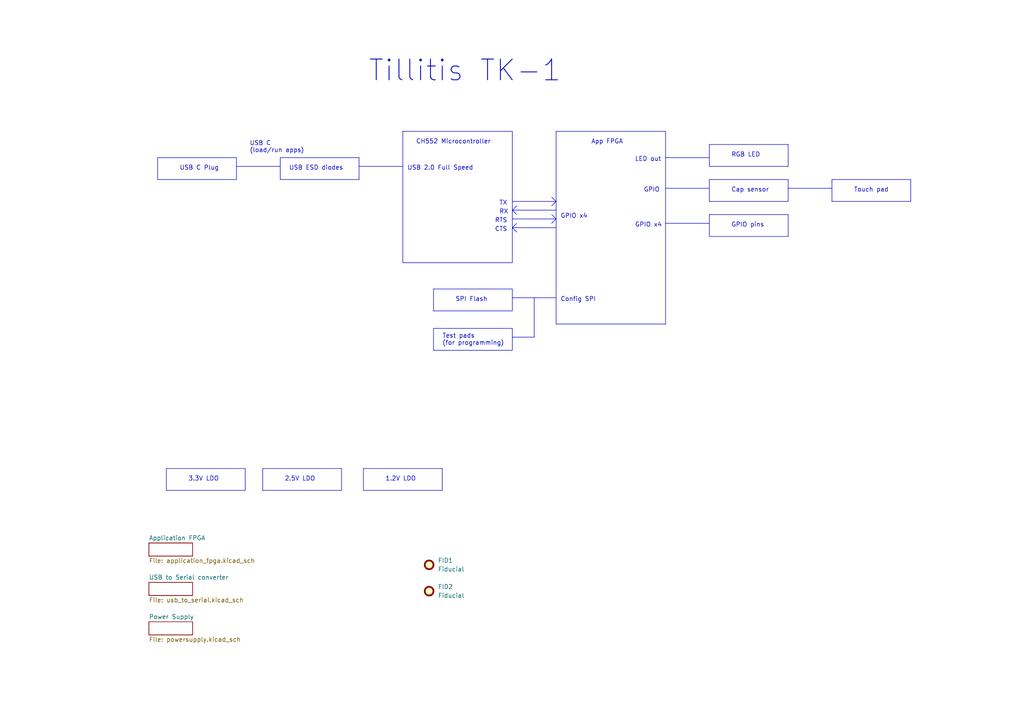
<source format=kicad_sch>
(kicad_sch (version 20230121) (generator eeschema)
  (paper "A4")
  (title_block (title "TK-1") (date "2021-11-14") (rev "V1") (company "Tillitis AB") (comment 1 "2022"))
  (lib_symbols
    (symbol "Mechanical:Fiducial"
      (property "Reference" "FID" (at 0 5.08 0))
      (property "Value" "Fiducial" (at 0 3.175 0))
      (symbol "Fiducial_0_1"
        (circle (center 0 0) (radius 1.27) (stroke (width 0.508)) (fill (type background)))
      )
    )
  )
  (polyline (pts (xy 193.04 54.61) (xy 205.74 54.61)))
  (polyline (pts (xy 205.74 52.07) (xy 205.74 58.42)) (stroke (width 0) (type solid)))
  (polyline (pts (xy 264.16 52.07) (xy 264.16 58.42)) (stroke (width 0) (type solid)))
  (polyline (pts (xy 45.72 45.72) (xy 68.58 45.72)) (stroke (width 0) (type solid)))
  (polyline (pts (xy 149.86 59.69) (xy 148.59 60.96)))
  (polyline (pts (xy 148.59 95.25) (xy 148.59 101.6)) (stroke (width 0) (type solid)))
  (polyline (pts (xy 228.6 54.61) (xy 241.3 54.61)))
  (polyline (pts (xy 68.58 52.07) (xy 45.72 52.07)) (stroke (width 0) (type solid)))
  (polyline (pts (xy 228.6 62.23) (xy 228.6 68.58)) (stroke (width 0) (type solid)))
  (polyline (pts (xy 81.28 45.72) (xy 104.14 45.72)) (stroke (width 0) (type solid)))
  (polyline (pts (xy 68.58 45.72) (xy 68.58 52.07)) (stroke (width 0) (type solid)))
  (polyline (pts (xy 128.27 142.24) (xy 105.41 142.24)) (stroke (width 0) (type solid)))
  (polyline (pts (xy 228.6 68.58) (xy 205.74 68.58)) (stroke (width 0) (type solid)))
  (polyline (pts (xy 48.26 135.89) (xy 48.26 142.24)) (stroke (width 0) (type solid)))
  (polyline (pts (xy 149.86 62.23) (xy 148.59 60.96)))
  (polyline (pts (xy 148.59 58.42) (xy 161.29 58.42)))
  (polyline (pts (xy 148.59 90.17) (xy 125.73 90.17)) (stroke (width 0) (type solid)))
  (polyline (pts (xy 205.74 62.23) (xy 205.74 68.58)) (stroke (width 0) (type solid)))
  (polyline (pts (xy 125.73 95.25) (xy 148.59 95.25)) (stroke (width 0) (type solid)))
  (polyline (pts (xy 160.02 59.69) (xy 161.29 58.42)))
  (polyline (pts (xy 148.59 60.96) (xy 161.29 60.96)))
  (polyline (pts (xy 148.59 76.2) (xy 116.84 76.2)) (stroke (width 0) (type solid)))
  (polyline (pts (xy 125.73 95.25) (xy 125.73 101.6)) (stroke (width 0) (type solid)))
  (polyline (pts (xy 48.26 135.89) (xy 71.12 135.89)) (stroke (width 0) (type solid)))
  (polyline (pts (xy 104.14 52.07) (xy 81.28 52.07)) (stroke (width 0) (type solid)))
  (polyline (pts (xy 68.58 48.26) (xy 81.28 48.26)))
  (polyline (pts (xy 161.29 38.1) (xy 193.04 38.1)) (stroke (width 0) (type solid)))
  (polyline (pts (xy 228.6 58.42) (xy 205.74 58.42)) (stroke (width 0) (type solid)))
  (polyline (pts (xy 125.73 83.82) (xy 148.59 83.82)) (stroke (width 0) (type solid)))
  (polyline (pts (xy 71.12 135.89) (xy 71.12 142.24)) (stroke (width 0) (type solid)))
  (polyline (pts (xy 99.06 135.89) (xy 99.06 142.24)) (stroke (width 0) (type solid)))
  (polyline (pts (xy 193.04 45.72) (xy 205.74 45.72)))
  (polyline (pts (xy 149.86 67.31) (xy 148.59 66.04)))
  (polyline (pts (xy 205.74 52.07) (xy 228.6 52.07)) (stroke (width 0) (type solid)))
  (polyline (pts (xy 160.02 57.15) (xy 161.29 58.42)))
  (polyline (pts (xy 45.72 45.72) (xy 45.72 52.07)) (stroke (width 0) (type solid)))
  (polyline (pts (xy 116.84 38.1) (xy 148.59 38.1)) (stroke (width 0) (type solid)))
  (polyline (pts (xy 148.59 66.04) (xy 161.29 66.04)))
  (polyline (pts (xy 148.59 63.5) (xy 161.29 63.5)))
  (polyline (pts (xy 193.04 64.77) (xy 205.74 64.77)))
  (polyline (pts (xy 193.04 93.98) (xy 161.29 93.98)) (stroke (width 0) (type solid)))
  (polyline (pts (xy 241.3 52.07) (xy 241.3 58.42)) (stroke (width 0) (type solid)))
  (polyline (pts (xy 228.6 41.91) (xy 228.6 48.26)) (stroke (width 0) (type solid)))
  (polyline (pts (xy 205.74 41.91) (xy 228.6 41.91)) (stroke (width 0) (type solid)))
  (polyline (pts (xy 228.6 48.26) (xy 205.74 48.26)) (stroke (width 0) (type solid)))
  (polyline (pts (xy 71.12 142.24) (xy 48.26 142.24)) (stroke (width 0) (type solid)))
  (polyline (pts (xy 264.16 58.42) (xy 241.3 58.42)) (stroke (width 0) (type solid)))
  (polyline (pts (xy 148.59 101.6) (xy 125.73 101.6)) (stroke (width 0) (type solid)))
  (polyline (pts (xy 81.28 45.72) (xy 81.28 52.07)) (stroke (width 0) (type solid)))
  (polyline (pts (xy 99.06 142.24) (xy 76.2 142.24)) (stroke (width 0) (type solid)))
  (polyline (pts (xy 148.59 86.36) (xy 161.29 86.36)))
  (polyline (pts (xy 116.84 38.1) (xy 116.84 76.2)) (stroke (width 0) (type solid)))
  (polyline (pts (xy 125.73 83.82) (xy 125.73 90.17)) (stroke (width 0) (type solid)))
  (polyline (pts (xy 105.41 135.89) (xy 105.41 142.24)) (stroke (width 0) (type solid)))
  (polyline (pts (xy 148.59 83.82) (xy 148.59 90.17)) (stroke (width 0) (type solid)))
  (polyline (pts (xy 148.59 97.79) (xy 154.94 97.79)))
  (polyline (pts (xy 154.94 86.36) (xy 154.94 97.79)))
  (polyline (pts (xy 241.3 52.07) (xy 264.16 52.07)) (stroke (width 0) (type solid)))
  (polyline (pts (xy 104.14 48.26) (xy 116.84 48.26)))
  (polyline (pts (xy 104.14 45.72) (xy 104.14 52.07)) (stroke (width 0) (type solid)))
  (polyline (pts (xy 228.6 52.07) (xy 228.6 58.42)) (stroke (width 0) (type solid)))
  (polyline (pts (xy 193.04 38.1) (xy 193.04 93.98)) (stroke (width 0) (type solid)))
  (polyline (pts (xy 148.59 38.1) (xy 148.59 76.2)) (stroke (width 0) (type solid)))
  (polyline (pts (xy 105.41 135.89) (xy 128.27 135.89)) (stroke (width 0) (type solid)))
  (polyline (pts (xy 161.29 38.1) (xy 161.29 93.98)) (stroke (width 0) (type solid)))
  (polyline (pts (xy 205.74 62.23) (xy 228.6 62.23)) (stroke (width 0) (type solid)))
  (polyline (pts (xy 76.2 135.89) (xy 99.06 135.89)) (stroke (width 0) (type solid)))
  (polyline (pts (xy 149.86 64.77) (xy 148.59 66.04)))
  (polyline (pts (xy 205.74 41.91) (xy 205.74 48.26)) (stroke (width 0) (type solid)))
  (polyline (pts (xy 160.02 62.23) (xy 161.29 63.5)))
  (polyline (pts (xy 160.02 64.77) (xy 161.29 63.5)))
  (polyline (pts (xy 76.2 135.89) (xy 76.2 142.24)) (stroke (width 0) (type solid)))
  (polyline (pts (xy 128.27 135.89) (xy 128.27 142.24)) (stroke (width 0) (type solid)))
  (text "USB ESD diodes" (at 83.82 49.53 0) (effects (font (size 1.27 1.27)) (justify left bottom)))
  (text "Touch pad" (at 247.65 55.88 0) (effects (font (size 1.27 1.27)) (justify left bottom)))
  (text "RX" (at 144.78 62.23 0) (effects (font (size 1.27 1.27)) (justify left bottom)))
  (text "GPIO x4" (at 184.15 66.04 0) (effects (font (size 1.27 1.27)) (justify left bottom)))
  (text "GPIO pins" (at 212.09 66.04 0) (effects (font (size 1.27 1.27)) (justify left bottom)))
  (text "Cap sensor" (at 212.09 55.88 0) (effects (font (size 1.27 1.27)) (justify left bottom)))
  (text "USB 2.0 Full Speed" (at 118.11 49.53 0) (effects (font (size 1.27 1.27)) (justify left bottom)))
  (text "RTS" (at 143.51 64.77 0) (effects (font (size 1.27 1.27)) (justify left bottom)))
  (text "USB C Plug" (at 52.07 49.53 0) (effects (font (size 1.27 1.27)) (justify left bottom)))
  (text "CH552 Microcontroller" (at 120.65 41.91 0) (effects (font (size 1.27 1.27)) (justify left bottom)))
  (text "RGB LED" (at 212.09 45.72 0) (effects (font (size 1.27 1.27)) (justify left bottom)))
  (text "USB C\n(load/run apps)" (at 72.39 44.45 0) (effects (font (size 1.27 1.27)) (justify left bottom)))
  (text "1.2V LDO" (at 111.76 139.7 0) (effects (font (size 1.27 1.27)) (justify left bottom)))
  (text "GPIO x4" (at 162.56 63.5 0) (effects (font (size 1.27 1.27)) (justify left bottom)))
  (text "3.3V LDO" (at 54.61 139.7 0) (effects (font (size 1.27 1.27)) (justify left bottom)))
  (text "CTS" (at 143.51 67.31 0) (effects (font (size 1.27 1.27)) (justify left bottom)))
  (text "2.5V LDO" (at 82.55 139.7 0) (effects (font (size 1.27 1.27)) (justify left bottom)))
  (text "App FPGA" (at 171.45 41.91 0) (effects (font (size 1.27 1.27)) (justify left bottom)))
  (text "Config SPI" (at 162.56 87.63 0) (effects (font (size 1.27 1.27)) (justify left bottom)))
  (text "Tillitis TK-1" (at 106.68 24.13 0) (effects (font (size 6 6) (thickness 0.254) bold) (justify left bottom)))
  (text "TX" (at 144.78 59.69 0) (effects (font (size 1.27 1.27)) (justify left bottom)))
  (text "SPI Flash" (at 132.08 87.63 0) (effects (font (size 1.27 1.27)) (justify left bottom)))
  (text "GPIO" (at 186.69 55.88 0) (effects (font (size 1.27 1.27)) (justify left bottom)))
  (text "LED out" (at 184.15 46.99 0) (effects (font (size 1.27 1.27)) (justify left bottom)))
  (text "Test pads\n(for programming)" (at 128.27 100.33 0) (effects (font (size 1.27 1.27)) (justify left bottom)))
  (symbol (lib_id "Mechanical:Fiducial") (at 124.46 163.83 90) (unit 1) (in_bom no)
    (property "Reference" "FID1" (at 127 162.5599 90) (effects (justify right)))
    (property "Value" "Fiducial" (at 127 165.0999 90) (effects (justify right)))
    (property "Footprint" "Fiducial:Fiducial_0.75mm_Mask1.5mm" (effects hide))
  )
  (symbol (lib_id "Mechanical:Fiducial") (at 124.46 171.45 90) (unit 1) (in_bom no)
    (property "Reference" "FID2" (at 127 170.1799 90) (effects (justify right)))
    (property "Value" "Fiducial" (at 127 172.7199 90) (effects (justify right)))
    (property "Footprint" "Fiducial:Fiducial_0.75mm_Mask1.5mm" (effects hide))
  )
  (sheet (at 43.18 180.34) (size 12.7 3.81)
    (property "Sheetname" "Power Supply" (at 43.18 179.6284 0) (effects (justify left bottom)))
    (property "Sheetfile" "powersupply.kicad_sch" (at 43.18 184.7346 0) (effects (justify left top)))
  )
  (sheet (at 43.18 157.48) (size 12.7 3.81)
    (property "Sheetname" "Application FPGA" (at 43.18 156.7684 0) (effects (justify left bottom)))
    (property "Sheetfile" "application_fpga.kicad_sch" (at 43.18 161.8746 0) (effects (justify left top)))
  )
  (sheet (at 43.18 168.91) (size 12.7 3.81)
    (property "Sheetname" "USB to Serial converter" (at 43.18 168.1984 0) (effects (justify left bottom)))
    (property "Sheetfile" "usb_to_serial.kicad_sch" (at 43.18 173.3046 0) (effects (justify left top)))
  )
)
</source>
